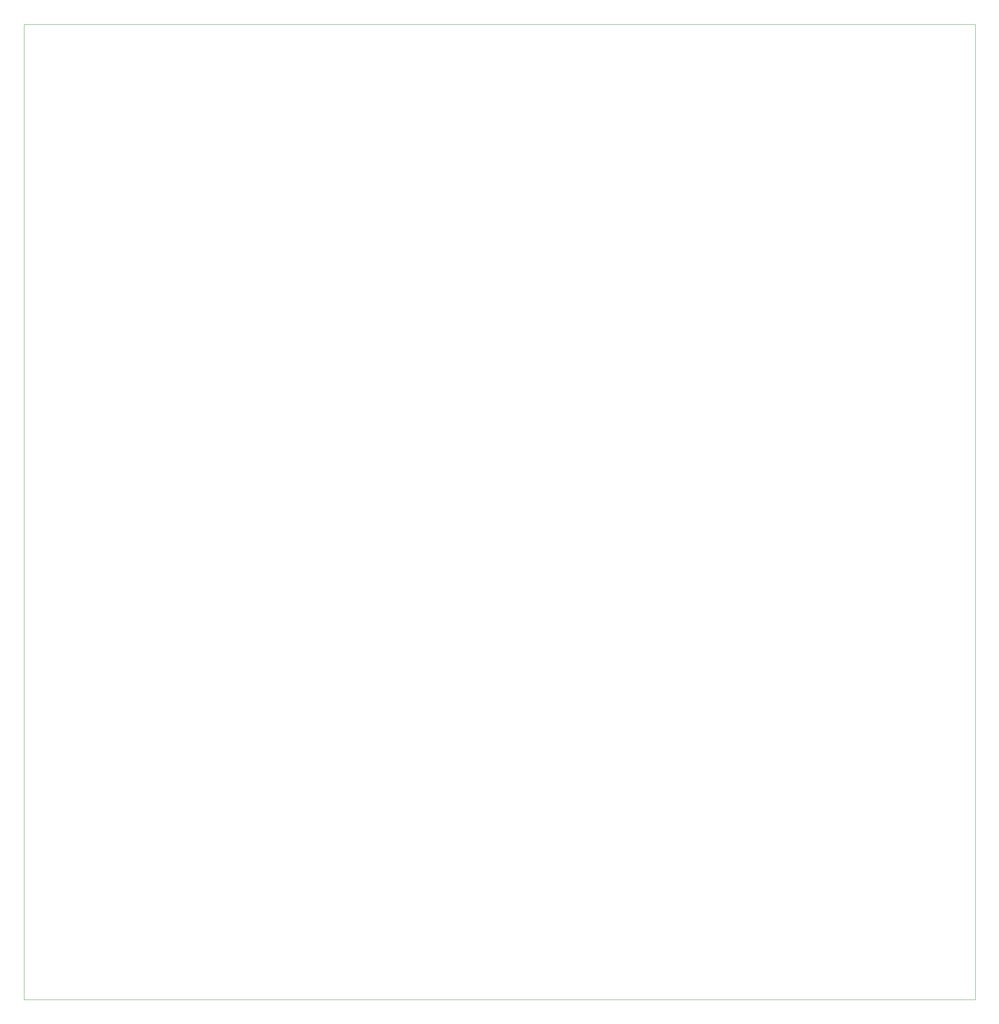
<source format=gbr>
%TF.GenerationSoftware,KiCad,Pcbnew,(5.1.10-1-10_14)*%
%TF.CreationDate,2021-11-15T06:29:26-05:00*%
%TF.ProjectId,FULL-assembly-backplane,46554c4c-2d61-4737-9365-6d626c792d62,rev?*%
%TF.SameCoordinates,Original*%
%TF.FileFunction,Profile,NP*%
%FSLAX46Y46*%
G04 Gerber Fmt 4.6, Leading zero omitted, Abs format (unit mm)*
G04 Created by KiCad (PCBNEW (5.1.10-1-10_14)) date 2021-11-15 06:29:26*
%MOMM*%
%LPD*%
G01*
G04 APERTURE LIST*
%TA.AperFunction,Profile*%
%ADD10C,0.050000*%
%TD*%
G04 APERTURE END LIST*
D10*
X60706000Y-33528000D02*
X64008000Y-33528000D01*
X60706000Y-263652000D02*
X60706000Y-33528000D01*
X285242000Y-263652000D02*
X60706000Y-263652000D01*
X285242000Y-33528000D02*
X285242000Y-263652000D01*
X64008000Y-33528000D02*
X285242000Y-33528000D01*
M02*

</source>
